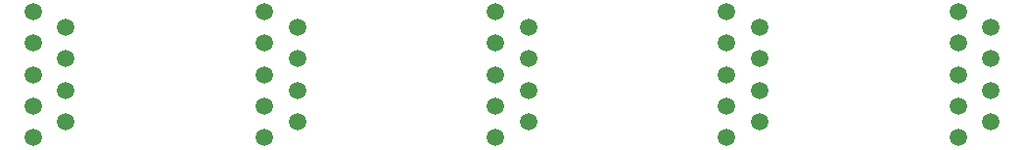
<source format=gbr>
%TF.GenerationSoftware,Altium Limited,Altium Designer,21.2.2 (38)*%
G04 Layer_Color=255*
%FSLAX45Y45*%
%MOMM*%
%TF.SameCoordinates,91962C55-0A3B-46C8-9624-B1D99F5FF45C*%
%TF.FilePolarity,Positive*%
%TF.FileFunction,Pads,Bot*%
%TF.Part,Single*%
G01*
G75*
%TA.AperFunction,ComponentPad*%
%ADD10C,1.50000*%
D10*
X8857760Y2548640D02*
D03*
Y2274320D02*
D03*
Y2000000D02*
D03*
Y1725680D02*
D03*
Y1451360D02*
D03*
X9142240Y2411480D02*
D03*
Y2137160D02*
D03*
Y1862840D02*
D03*
Y1588520D02*
D03*
X6857760Y2548640D02*
D03*
Y2274320D02*
D03*
Y2000000D02*
D03*
Y1725680D02*
D03*
Y1451360D02*
D03*
X7142240Y2411480D02*
D03*
Y2137160D02*
D03*
Y1862840D02*
D03*
Y1588520D02*
D03*
X4857760Y2548640D02*
D03*
Y2274320D02*
D03*
Y2000000D02*
D03*
Y1725680D02*
D03*
Y1451360D02*
D03*
X5142240Y2411480D02*
D03*
Y2137160D02*
D03*
Y1862840D02*
D03*
Y1588520D02*
D03*
X2857760Y2548640D02*
D03*
Y2274320D02*
D03*
Y2000000D02*
D03*
Y1725680D02*
D03*
Y1451360D02*
D03*
X3142240Y2411480D02*
D03*
Y2137160D02*
D03*
Y1862840D02*
D03*
Y1588520D02*
D03*
X857760Y2548640D02*
D03*
Y2274320D02*
D03*
Y2000000D02*
D03*
Y1725680D02*
D03*
Y1451360D02*
D03*
X1142240Y2411480D02*
D03*
Y2137160D02*
D03*
Y1862840D02*
D03*
Y1588520D02*
D03*
%TF.MD5,a39a69c543b297145140ffc7f7839ee8*%
M02*

</source>
